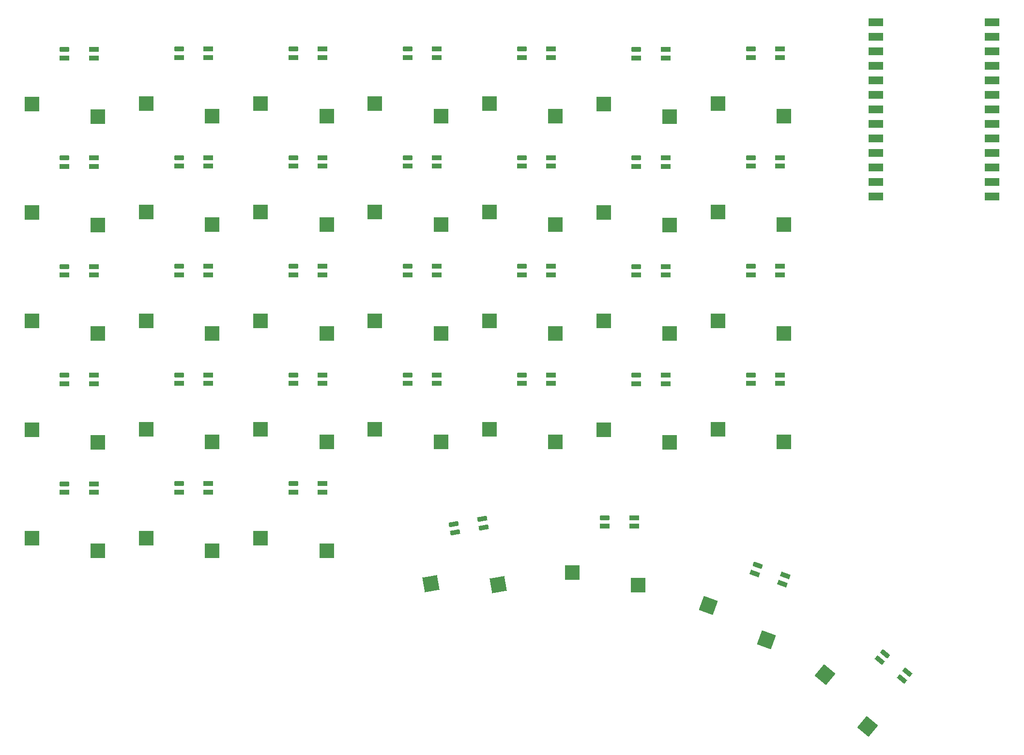
<source format=gbr>
%TF.GenerationSoftware,KiCad,Pcbnew,7.0.7*%
%TF.CreationDate,2023-09-03T20:27:55-07:00*%
%TF.ProjectId,keyboard,6b657962-6f61-4726-942e-6b696361645f,rev?*%
%TF.SameCoordinates,Original*%
%TF.FileFunction,Paste,Bot*%
%TF.FilePolarity,Positive*%
%FSLAX46Y46*%
G04 Gerber Fmt 4.6, Leading zero omitted, Abs format (unit mm)*
G04 Created by KiCad (PCBNEW 7.0.7) date 2023-09-03 20:27:55*
%MOMM*%
%LPD*%
G01*
G04 APERTURE LIST*
G04 Aperture macros list*
%AMRoundRect*
0 Rectangle with rounded corners*
0 $1 Rounding radius*
0 $2 $3 $4 $5 $6 $7 $8 $9 X,Y pos of 4 corners*
0 Add a 4 corners polygon primitive as box body*
4,1,4,$2,$3,$4,$5,$6,$7,$8,$9,$2,$3,0*
0 Add four circle primitives for the rounded corners*
1,1,$1+$1,$2,$3*
1,1,$1+$1,$4,$5*
1,1,$1+$1,$6,$7*
1,1,$1+$1,$8,$9*
0 Add four rect primitives between the rounded corners*
20,1,$1+$1,$2,$3,$4,$5,0*
20,1,$1+$1,$4,$5,$6,$7,0*
20,1,$1+$1,$6,$7,$8,$9,0*
20,1,$1+$1,$8,$9,$2,$3,0*%
%AMRotRect*
0 Rectangle, with rotation*
0 The origin of the aperture is its center*
0 $1 length*
0 $2 width*
0 $3 Rotation angle, in degrees counterclockwise*
0 Add horizontal line*
21,1,$1,$2,0,0,$3*%
G04 Aperture macros list end*
%ADD10R,2.600000X2.600000*%
%ADD11RotRect,2.600000X2.600000X340.000000*%
%ADD12RotRect,2.600000X2.600000X10.000000*%
%ADD13RotRect,2.600000X2.600000X320.000000*%
%ADD14R,1.700000X0.820000*%
%ADD15RoundRect,0.205000X0.645000X0.205000X-0.645000X0.205000X-0.645000X-0.205000X0.645000X-0.205000X0*%
%ADD16RotRect,1.700000X0.820000X190.000000*%
%ADD17RoundRect,0.205000X0.599603X0.313889X-0.670799X0.089883X-0.599603X-0.313889X0.670799X-0.089883X0*%
%ADD18RotRect,1.700000X0.820000X140.000000*%
%ADD19RoundRect,0.205000X0.625870X-0.257559X-0.362327X0.571637X-0.625870X0.257559X0.362327X-0.571637X0*%
%ADD20RotRect,1.700000X0.820000X160.000000*%
%ADD21RoundRect,0.205000X0.676216X-0.027966X-0.535988X0.413240X-0.676216X0.027966X0.535988X-0.413240X0*%
%ADD22R,2.610000X1.400000*%
G04 APERTURE END LIST*
D10*
%TO.C,REF\u002A\u002A*%
X103275000Y-94950000D03*
X91725000Y-92750000D03*
%TD*%
D11*
%TO.C,REF\u002A\u002A*%
X180157856Y-129583750D03*
X170056851Y-123566094D03*
%TD*%
D10*
%TO.C,REF\u002A\u002A*%
X143275000Y-56950000D03*
X131725000Y-54750000D03*
%TD*%
%TO.C,REF\u002A\u002A*%
X63275000Y-76000000D03*
X51725000Y-73800000D03*
%TD*%
%TO.C,REF\u002A\u002A*%
X83275000Y-37950000D03*
X71725000Y-35750000D03*
%TD*%
D12*
%TO.C,REF\u002A\u002A*%
X133270017Y-119873743D03*
X121513462Y-119712803D03*
%TD*%
D10*
%TO.C,REF\u002A\u002A*%
X143275000Y-94950000D03*
X131725000Y-92750000D03*
%TD*%
%TO.C,REF\u002A\u002A*%
X103275000Y-37950000D03*
X91725000Y-35750000D03*
%TD*%
%TO.C,REF\u002A\u002A*%
X83275000Y-75950000D03*
X71725000Y-73750000D03*
%TD*%
%TO.C,REF\u002A\u002A*%
X163275000Y-76000000D03*
X151725000Y-73800000D03*
%TD*%
%TO.C,REF\u002A\u002A*%
X63275000Y-95000000D03*
X51725000Y-92800000D03*
%TD*%
%TO.C,REF\u002A\u002A*%
X123275000Y-75950000D03*
X111725000Y-73750000D03*
%TD*%
%TO.C,REF\u002A\u002A*%
X183275000Y-94950000D03*
X171725000Y-92750000D03*
%TD*%
%TO.C,REF\u002A\u002A*%
X123275000Y-37950000D03*
X111725000Y-35750000D03*
%TD*%
%TO.C,REF\u002A\u002A*%
X63275000Y-114000000D03*
X51725000Y-111800000D03*
%TD*%
%TO.C,REF\u002A\u002A*%
X63275000Y-57000000D03*
X51725000Y-54800000D03*
%TD*%
%TO.C,REF\u002A\u002A*%
X183275000Y-56950000D03*
X171725000Y-54750000D03*
%TD*%
%TO.C,REF\u002A\u002A*%
X103275000Y-113950000D03*
X91725000Y-111750000D03*
%TD*%
%TO.C,REF\u002A\u002A*%
X183275000Y-37950000D03*
X171725000Y-35750000D03*
%TD*%
%TO.C,REF\u002A\u002A*%
X83275000Y-113950000D03*
X71725000Y-111750000D03*
%TD*%
%TO.C,REF\u002A\u002A*%
X163275000Y-38000000D03*
X151725000Y-35800000D03*
%TD*%
D13*
%TO.C,REF\u002A\u002A*%
X197846526Y-144722175D03*
X190412846Y-135612680D03*
%TD*%
D10*
%TO.C,REF\u002A\u002A*%
X163275000Y-57000000D03*
X151725000Y-54800000D03*
%TD*%
%TO.C,REF\u002A\u002A*%
X103275000Y-75950000D03*
X91725000Y-73750000D03*
%TD*%
%TO.C,REF\u002A\u002A*%
X143275000Y-37950000D03*
X131725000Y-35750000D03*
%TD*%
%TO.C,REF\u002A\u002A*%
X83275000Y-94950000D03*
X71725000Y-92750000D03*
%TD*%
%TO.C,REF\u002A\u002A*%
X183275000Y-75950000D03*
X171725000Y-73750000D03*
%TD*%
%TO.C,REF\u002A\u002A*%
X123275000Y-94950000D03*
X111725000Y-92750000D03*
%TD*%
%TO.C,REF\u002A\u002A*%
X163275000Y-95000000D03*
X151725000Y-92800000D03*
%TD*%
%TO.C,REF\u002A\u002A*%
X157775000Y-119950000D03*
X146225000Y-117750000D03*
%TD*%
%TO.C,REF\u002A\u002A*%
X63275000Y-38000000D03*
X51725000Y-35800000D03*
%TD*%
%TO.C,REF\u002A\u002A*%
X123275000Y-56950000D03*
X111725000Y-54750000D03*
%TD*%
%TO.C,REF\u002A\u002A*%
X83275000Y-56950000D03*
X71725000Y-54750000D03*
%TD*%
%TO.C,REF\u002A\u002A*%
X143275000Y-75950000D03*
X131725000Y-73750000D03*
%TD*%
%TO.C,REF\u002A\u002A*%
X103275000Y-56950000D03*
X91725000Y-54750000D03*
%TD*%
D14*
%TO.C,REF\u002A\u002A*%
X62550000Y-27750000D03*
X62550000Y-26250000D03*
D15*
X57450000Y-26250000D03*
D14*
X57450000Y-27750000D03*
%TD*%
%TO.C,REF\u002A\u002A*%
X122550000Y-84700000D03*
X122550000Y-83200000D03*
D15*
X117450000Y-83200000D03*
D14*
X117450000Y-84700000D03*
%TD*%
%TO.C,REF\u002A\u002A*%
X122550000Y-46700000D03*
X122550000Y-45200000D03*
D15*
X117450000Y-45200000D03*
D14*
X117450000Y-46700000D03*
%TD*%
%TO.C,REF\u002A\u002A*%
X62550000Y-46750000D03*
X62550000Y-45250000D03*
D15*
X57450000Y-45250000D03*
D14*
X57450000Y-46750000D03*
%TD*%
%TO.C,REF\u002A\u002A*%
X162550000Y-84750000D03*
X162550000Y-83250000D03*
D15*
X157450000Y-83250000D03*
D14*
X157450000Y-84750000D03*
%TD*%
%TO.C,REF\u002A\u002A*%
X142550000Y-27700000D03*
X142550000Y-26200000D03*
D15*
X137450000Y-26200000D03*
D14*
X137450000Y-27700000D03*
%TD*%
%TO.C,REF\u002A\u002A*%
X182550000Y-46700000D03*
X182550000Y-45200000D03*
D15*
X177450000Y-45200000D03*
D14*
X177450000Y-46700000D03*
%TD*%
%TO.C,REF\u002A\u002A*%
X62550000Y-103750000D03*
X62550000Y-102250000D03*
D15*
X57450000Y-102250000D03*
D14*
X57450000Y-103750000D03*
%TD*%
%TO.C,REF\u002A\u002A*%
X182550000Y-27700000D03*
X182550000Y-26200000D03*
D15*
X177450000Y-26200000D03*
D14*
X177450000Y-27700000D03*
%TD*%
%TO.C,REF\u002A\u002A*%
X102550000Y-46700000D03*
X102550000Y-45200000D03*
D15*
X97450000Y-45200000D03*
D14*
X97450000Y-46700000D03*
%TD*%
%TO.C,REF\u002A\u002A*%
X122550000Y-27700000D03*
X122550000Y-26200000D03*
D15*
X117450000Y-26200000D03*
D14*
X117450000Y-27700000D03*
%TD*%
%TO.C,REF\u002A\u002A*%
X182550000Y-65700000D03*
X182550000Y-64200000D03*
D15*
X177450000Y-64200000D03*
D14*
X177450000Y-65700000D03*
%TD*%
%TO.C,REF\u002A\u002A*%
X142550000Y-84700000D03*
X142550000Y-83200000D03*
D15*
X137450000Y-83200000D03*
D14*
X137450000Y-84700000D03*
%TD*%
D16*
%TO.C,REF\u002A\u002A*%
X130776138Y-109905358D03*
X130515666Y-108428146D03*
D17*
X125493146Y-109313752D03*
D16*
X125753618Y-110790964D03*
%TD*%
D14*
%TO.C,REF\u002A\u002A*%
X122550000Y-65700000D03*
X122550000Y-64200000D03*
D15*
X117450000Y-64200000D03*
D14*
X117450000Y-65700000D03*
%TD*%
%TO.C,REF\u002A\u002A*%
X62550000Y-84750000D03*
X62550000Y-83250000D03*
D15*
X57450000Y-83250000D03*
D14*
X57450000Y-84750000D03*
%TD*%
%TO.C,REF\u002A\u002A*%
X142550000Y-46700000D03*
X142550000Y-45200000D03*
D15*
X137450000Y-45200000D03*
D14*
X137450000Y-46700000D03*
%TD*%
%TO.C,REF\u002A\u002A*%
X157049999Y-109699999D03*
X157049999Y-108199999D03*
D15*
X151949999Y-108199999D03*
D14*
X151949999Y-109699999D03*
%TD*%
%TO.C,REF\u002A\u002A*%
X82550000Y-84700000D03*
X82550000Y-83200000D03*
D15*
X77450000Y-83200000D03*
D14*
X77450000Y-84700000D03*
%TD*%
%TO.C,REF\u002A\u002A*%
X162550000Y-27750000D03*
X162550000Y-26250000D03*
D15*
X157450000Y-26250000D03*
D14*
X157450000Y-27750000D03*
%TD*%
%TO.C,REF\u002A\u002A*%
X102550000Y-65700000D03*
X102550000Y-64200000D03*
D15*
X97450000Y-64200000D03*
D14*
X97450000Y-65700000D03*
%TD*%
%TO.C,REF\u002A\u002A*%
X142550000Y-65700000D03*
X142550000Y-64200000D03*
D15*
X137450000Y-64200000D03*
D14*
X137450000Y-65700000D03*
%TD*%
%TO.C,REF\u002A\u002A*%
X102550000Y-27700000D03*
X102550000Y-26200000D03*
D15*
X97450000Y-26200000D03*
D14*
X97450000Y-27700000D03*
%TD*%
D18*
%TO.C,REF\u002A\u002A*%
X203879719Y-136404197D03*
X204843900Y-135255130D03*
D19*
X200937073Y-131976913D03*
D18*
X199972892Y-133125980D03*
%TD*%
D14*
%TO.C,REF\u002A\u002A*%
X162550000Y-65750000D03*
X162550000Y-64250000D03*
D15*
X157450000Y-64250000D03*
D14*
X157450000Y-65750000D03*
%TD*%
%TO.C,REF\u002A\u002A*%
X82550000Y-46700000D03*
X82550000Y-45200000D03*
D15*
X77450000Y-45200000D03*
D14*
X77450000Y-46700000D03*
%TD*%
D20*
%TO.C,REF\u002A\u002A*%
X182982285Y-119703936D03*
X183495315Y-118294397D03*
D21*
X178702883Y-116550094D03*
D20*
X178189853Y-117959633D03*
%TD*%
D22*
%TO.C,REF\u002A\u002A*%
X219660000Y-21490000D03*
X219660000Y-24030000D03*
X219660000Y-26570000D03*
X219660000Y-29110000D03*
X219660000Y-31650000D03*
X219660000Y-34190000D03*
X219660000Y-36730000D03*
X219660000Y-39270000D03*
X219660000Y-41810000D03*
X219660000Y-44350000D03*
X219660000Y-46890000D03*
X219660000Y-49430000D03*
X219660000Y-51970000D03*
X199340000Y-21490000D03*
X199340000Y-24030000D03*
X199340000Y-26570000D03*
X199340000Y-29110000D03*
X199340000Y-31650000D03*
X199340000Y-34190000D03*
X199340000Y-36730000D03*
X199340000Y-39270000D03*
X199340000Y-41810000D03*
X199340000Y-44350000D03*
X199340000Y-46890000D03*
X199340000Y-49430000D03*
X199340000Y-51970000D03*
%TD*%
D14*
%TO.C,REF\u002A\u002A*%
X82550000Y-27700000D03*
X82550000Y-26200000D03*
D15*
X77450000Y-26200000D03*
D14*
X77450000Y-27700000D03*
%TD*%
%TO.C,REF\u002A\u002A*%
X182550000Y-84700000D03*
X182550000Y-83200000D03*
D15*
X177450000Y-83200000D03*
D14*
X177450000Y-84700000D03*
%TD*%
%TO.C,REF\u002A\u002A*%
X62550000Y-65750000D03*
X62550000Y-64250000D03*
D15*
X57450000Y-64250000D03*
D14*
X57450000Y-65750000D03*
%TD*%
%TO.C,REF\u002A\u002A*%
X102550000Y-84700000D03*
X102550000Y-83200000D03*
D15*
X97450000Y-83200000D03*
D14*
X97450000Y-84700000D03*
%TD*%
%TO.C,REF\u002A\u002A*%
X102550000Y-103700000D03*
X102550000Y-102200000D03*
D15*
X97450000Y-102200000D03*
D14*
X97450000Y-103700000D03*
%TD*%
%TO.C,REF\u002A\u002A*%
X82550000Y-103700000D03*
X82550000Y-102200000D03*
D15*
X77450000Y-102200000D03*
D14*
X77450000Y-103700000D03*
%TD*%
%TO.C,REF\u002A\u002A*%
X162550000Y-46750000D03*
X162550000Y-45250000D03*
D15*
X157450000Y-45250000D03*
D14*
X157450000Y-46750000D03*
%TD*%
%TO.C,REF\u002A\u002A*%
X82550000Y-65700000D03*
X82550000Y-64200000D03*
D15*
X77450000Y-64200000D03*
D14*
X77450000Y-65700000D03*
%TD*%
M02*

</source>
